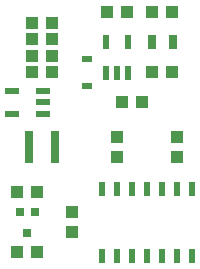
<source format=gtp>
G75*
%MOIN*%
%OFA0B0*%
%FSLAX25Y25*%
%IPPOS*%
%LPD*%
%AMOC8*
5,1,8,0,0,1.08239X$1,22.5*
%
%ADD10R,0.04331X0.03937*%
%ADD11R,0.03268X0.02480*%
%ADD12R,0.04724X0.02165*%
%ADD13R,0.02165X0.04724*%
%ADD14R,0.02362X0.04724*%
%ADD15R,0.03937X0.04331*%
%ADD16R,0.02756X0.02756*%
%ADD17R,0.03150X0.04724*%
%ADD18R,0.03150X0.10630*%
D10*
X0134987Y0090000D03*
X0141680Y0090000D03*
X0141680Y0110000D03*
X0134987Y0110000D03*
X0169987Y0140000D03*
X0176680Y0140000D03*
X0179987Y0150000D03*
X0186680Y0150000D03*
X0186680Y0170000D03*
X0179987Y0170000D03*
X0171680Y0170000D03*
X0164987Y0170000D03*
X0146680Y0166500D03*
X0139987Y0166500D03*
X0139987Y0161000D03*
X0146680Y0161000D03*
X0146680Y0155500D03*
X0139987Y0155500D03*
X0139987Y0150000D03*
X0146680Y0150000D03*
D11*
X0158333Y0145472D03*
X0158333Y0154528D03*
D12*
X0143452Y0143740D03*
X0143452Y0140000D03*
X0143452Y0136260D03*
X0133215Y0136260D03*
X0133215Y0143740D03*
D13*
X0164593Y0149881D03*
X0168333Y0149881D03*
X0172073Y0149881D03*
X0172073Y0160119D03*
X0164593Y0160119D03*
D14*
X0163333Y0088976D03*
X0168333Y0088976D03*
X0173333Y0088976D03*
X0178333Y0088976D03*
X0183333Y0088976D03*
X0188333Y0088976D03*
X0193333Y0088976D03*
X0193333Y0111024D03*
X0188333Y0111024D03*
X0183333Y0111024D03*
X0178333Y0111024D03*
X0173333Y0111024D03*
X0168333Y0111024D03*
X0163333Y0111024D03*
D15*
X0153333Y0103346D03*
X0153333Y0096654D03*
X0168333Y0121654D03*
X0168333Y0128346D03*
X0188333Y0128346D03*
X0188333Y0121654D03*
D16*
X0140892Y0103642D03*
X0135774Y0103642D03*
X0138333Y0096358D03*
D17*
X0179790Y0160000D03*
X0186877Y0160000D03*
D18*
X0147664Y0125000D03*
X0139003Y0125000D03*
M02*

</source>
